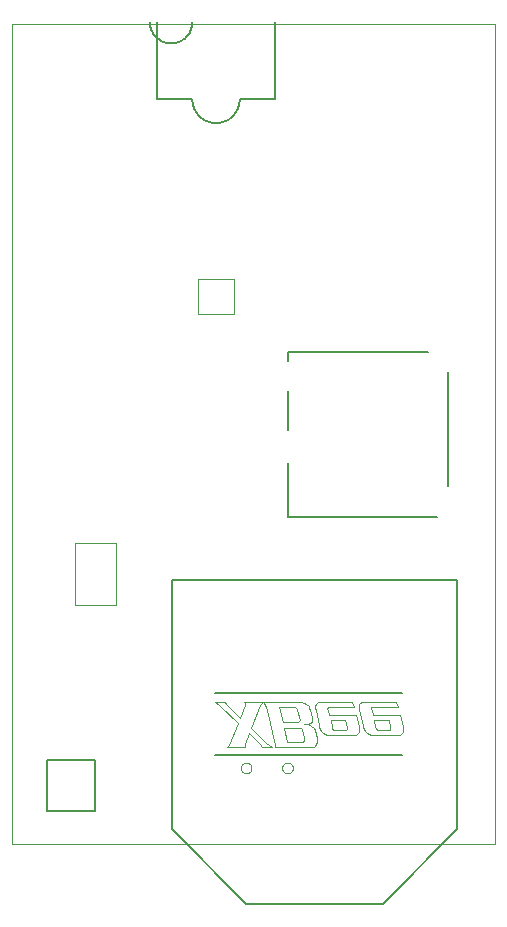
<source format=gbo>
G75*
G70*
%OFA0B0*%
%FSLAX24Y24*%
%IPPOS*%
%LPD*%
%AMOC8*
5,1,8,0,0,1.08239X$1,22.5*
%
%ADD10C,0.0000*%
%ADD11C,0.0020*%
%ADD12C,0.0080*%
%ADD13C,0.0005*%
%ADD14C,0.0060*%
%ADD15C,0.0040*%
%ADD16C,0.0050*%
D10*
X000702Y002192D02*
X000702Y029507D01*
X016812Y029507D01*
X016792Y002192D01*
X000702Y002192D01*
X008328Y004719D02*
X008330Y004745D01*
X008336Y004771D01*
X008346Y004796D01*
X008359Y004819D01*
X008375Y004839D01*
X008395Y004857D01*
X008417Y004872D01*
X008440Y004884D01*
X008466Y004892D01*
X008492Y004896D01*
X008518Y004896D01*
X008544Y004892D01*
X008570Y004884D01*
X008594Y004872D01*
X008615Y004857D01*
X008635Y004839D01*
X008651Y004819D01*
X008664Y004796D01*
X008674Y004771D01*
X008680Y004745D01*
X008682Y004719D01*
X008680Y004693D01*
X008674Y004667D01*
X008664Y004642D01*
X008651Y004619D01*
X008635Y004599D01*
X008615Y004581D01*
X008593Y004566D01*
X008570Y004554D01*
X008544Y004546D01*
X008518Y004542D01*
X008492Y004542D01*
X008466Y004546D01*
X008440Y004554D01*
X008416Y004566D01*
X008395Y004581D01*
X008375Y004599D01*
X008359Y004619D01*
X008346Y004642D01*
X008336Y004667D01*
X008330Y004693D01*
X008328Y004719D01*
X009706Y004719D02*
X009708Y004745D01*
X009714Y004771D01*
X009724Y004796D01*
X009737Y004819D01*
X009753Y004839D01*
X009773Y004857D01*
X009795Y004872D01*
X009818Y004884D01*
X009844Y004892D01*
X009870Y004896D01*
X009896Y004896D01*
X009922Y004892D01*
X009948Y004884D01*
X009972Y004872D01*
X009993Y004857D01*
X010013Y004839D01*
X010029Y004819D01*
X010042Y004796D01*
X010052Y004771D01*
X010058Y004745D01*
X010060Y004719D01*
X010058Y004693D01*
X010052Y004667D01*
X010042Y004642D01*
X010029Y004619D01*
X010013Y004599D01*
X009993Y004581D01*
X009971Y004566D01*
X009948Y004554D01*
X009922Y004546D01*
X009896Y004542D01*
X009870Y004542D01*
X009844Y004546D01*
X009818Y004554D01*
X009794Y004566D01*
X009773Y004581D01*
X009753Y004599D01*
X009737Y004619D01*
X009724Y004642D01*
X009714Y004667D01*
X009708Y004693D01*
X009706Y004719D01*
D11*
X004174Y010164D02*
X002796Y010164D01*
X002796Y012192D01*
X002796Y012212D02*
X004174Y012212D01*
X004174Y010164D01*
D12*
X006017Y010981D02*
X015544Y010981D01*
X015544Y002684D01*
X013054Y000194D01*
X008507Y000194D01*
X006017Y002684D01*
X006017Y010981D01*
X009906Y013078D02*
X009906Y014890D01*
X009906Y015978D02*
X009906Y017290D01*
X009906Y018278D02*
X009906Y018590D01*
X014576Y018590D01*
X015221Y017920D02*
X015221Y014101D01*
X014851Y013078D02*
X009906Y013078D01*
D13*
X008083Y019849D02*
X006902Y019849D01*
X006902Y021030D01*
X008083Y021030D01*
X008083Y019849D01*
D14*
X007480Y007226D02*
X013708Y007226D01*
X013708Y005137D02*
X007480Y005137D01*
D15*
X007864Y005411D02*
X007924Y005472D01*
X008236Y006234D01*
X007601Y006831D01*
X007464Y006930D01*
X007787Y006930D01*
X007836Y006842D01*
X008291Y006398D01*
X008467Y006831D01*
X008467Y006870D01*
X008434Y006930D01*
X010336Y006930D01*
X010440Y006897D01*
X010506Y006864D01*
X010588Y006771D01*
X010599Y006705D01*
X010638Y006645D01*
X010698Y006404D01*
X010698Y006256D01*
X010693Y006245D01*
X010577Y006190D01*
X010418Y006168D01*
X010528Y006168D01*
X010616Y006146D01*
X010682Y006119D01*
X010764Y006036D01*
X010786Y005982D01*
X010852Y005707D01*
X010868Y005664D01*
X010868Y005570D01*
X010846Y005516D01*
X010813Y005455D01*
X010769Y005428D01*
X010704Y005411D01*
X009459Y005411D01*
X009459Y005521D01*
X009437Y005620D01*
X009295Y006201D01*
X009218Y006513D01*
X009152Y006760D01*
X009108Y006892D01*
X009075Y006925D01*
X009059Y006925D01*
X008971Y006804D01*
X008664Y006047D01*
X009179Y005565D01*
X009256Y005499D01*
X009311Y005461D01*
X009382Y005411D01*
X009037Y005411D01*
X009031Y005433D01*
X009015Y005466D01*
X008993Y005494D01*
X008604Y005877D01*
X008467Y005532D01*
X008467Y005505D01*
X008450Y005477D01*
X008467Y005444D01*
X008467Y005411D01*
X007864Y005411D01*
X009722Y006261D02*
X009596Y006744D01*
X010128Y006744D01*
X010150Y006733D01*
X010188Y006689D01*
X010210Y006656D01*
X010292Y006332D01*
X010292Y006316D01*
X010265Y006278D01*
X010221Y006261D01*
X009722Y006261D01*
X009761Y006064D02*
X009876Y005598D01*
X010380Y005598D01*
X010429Y005625D01*
X010435Y005713D01*
X010358Y006004D01*
X010342Y006042D01*
X010309Y006064D01*
X009761Y006064D01*
X010928Y006157D02*
X010819Y006645D01*
X010808Y006733D01*
X010808Y006787D01*
X010824Y006848D01*
X010852Y006886D01*
X010895Y006919D01*
X010939Y006930D01*
X012025Y006930D01*
X012101Y006744D01*
X012030Y006755D01*
X011241Y006755D01*
X011219Y006738D01*
X011213Y006700D01*
X011224Y006667D01*
X011268Y006480D01*
X012167Y006480D01*
X012261Y006102D01*
X012261Y005910D01*
X012239Y005888D01*
X012167Y005834D01*
X012107Y005812D01*
X011246Y005812D01*
X011213Y005817D01*
X011148Y005839D01*
X011060Y005894D01*
X011011Y005965D01*
X010945Y006097D01*
X010928Y006157D01*
X011318Y006305D02*
X011356Y006080D01*
X011372Y006036D01*
X011394Y005998D01*
X011427Y005982D01*
X011816Y005982D01*
X011838Y005987D01*
X011855Y006004D01*
X011855Y006075D01*
X011794Y006311D01*
X011323Y006311D01*
X011318Y006305D01*
X012277Y006645D02*
X012387Y006157D01*
X012403Y006097D01*
X012469Y005965D01*
X012518Y005894D01*
X012606Y005839D01*
X012672Y005817D01*
X012705Y005812D01*
X013565Y005812D01*
X013626Y005834D01*
X013697Y005888D01*
X013719Y005910D01*
X013719Y006102D01*
X013626Y006480D01*
X012726Y006480D01*
X012683Y006667D01*
X012672Y006700D01*
X012677Y006738D01*
X012699Y006755D01*
X013489Y006755D01*
X013560Y006744D01*
X013483Y006930D01*
X012398Y006930D01*
X012354Y006919D01*
X012310Y006886D01*
X012282Y006848D01*
X012266Y006787D01*
X012266Y006733D01*
X012277Y006645D01*
X012776Y006305D02*
X012814Y006080D01*
X012831Y006036D01*
X012853Y005998D01*
X012885Y005982D01*
X013275Y005982D01*
X013297Y005987D01*
X013313Y006004D01*
X013313Y006075D01*
X013253Y006311D01*
X012781Y006311D01*
X012776Y006305D01*
D16*
X003454Y004973D02*
X003454Y003300D01*
X001879Y003300D01*
X001879Y004973D01*
X003454Y004973D01*
X005531Y027004D02*
X006712Y027004D01*
X006714Y026949D01*
X006720Y026894D01*
X006729Y026840D01*
X006742Y026787D01*
X006759Y026735D01*
X006780Y026684D01*
X006804Y026635D01*
X006832Y026587D01*
X006862Y026541D01*
X006896Y026498D01*
X006933Y026457D01*
X006972Y026419D01*
X007014Y026384D01*
X007059Y026352D01*
X007106Y026322D01*
X007154Y026297D01*
X007204Y026274D01*
X007256Y026256D01*
X007309Y026240D01*
X007362Y026229D01*
X007417Y026221D01*
X007472Y026217D01*
X007526Y026217D01*
X007581Y026221D01*
X007636Y026229D01*
X007689Y026240D01*
X007742Y026256D01*
X007794Y026274D01*
X007844Y026297D01*
X007893Y026322D01*
X007939Y026352D01*
X007984Y026384D01*
X008026Y026419D01*
X008065Y026457D01*
X008102Y026498D01*
X008136Y026541D01*
X008166Y026587D01*
X008194Y026635D01*
X008218Y026684D01*
X008239Y026735D01*
X008256Y026787D01*
X008269Y026840D01*
X008278Y026894D01*
X008284Y026949D01*
X008286Y027004D01*
X008287Y027004D02*
X009468Y027004D01*
X009468Y029579D01*
X006712Y029579D02*
X006710Y029527D01*
X006704Y029476D01*
X006695Y029425D01*
X006682Y029375D01*
X006665Y029326D01*
X006645Y029278D01*
X006621Y029232D01*
X006594Y029188D01*
X006564Y029146D01*
X006531Y029106D01*
X006495Y029069D01*
X006457Y029034D01*
X006416Y029002D01*
X006372Y028974D01*
X006327Y028948D01*
X006280Y028926D01*
X006232Y028908D01*
X006182Y028893D01*
X006132Y028882D01*
X006081Y028874D01*
X006029Y028870D01*
X005977Y028870D01*
X005925Y028874D01*
X005874Y028882D01*
X005824Y028893D01*
X005774Y028908D01*
X005726Y028926D01*
X005679Y028948D01*
X005634Y028974D01*
X005590Y029002D01*
X005549Y029034D01*
X005511Y029069D01*
X005475Y029106D01*
X005442Y029146D01*
X005412Y029188D01*
X005385Y029232D01*
X005361Y029278D01*
X005341Y029326D01*
X005324Y029375D01*
X005311Y029425D01*
X005302Y029476D01*
X005296Y029527D01*
X005294Y029579D01*
X005531Y029579D02*
X005531Y027004D01*
M02*

</source>
